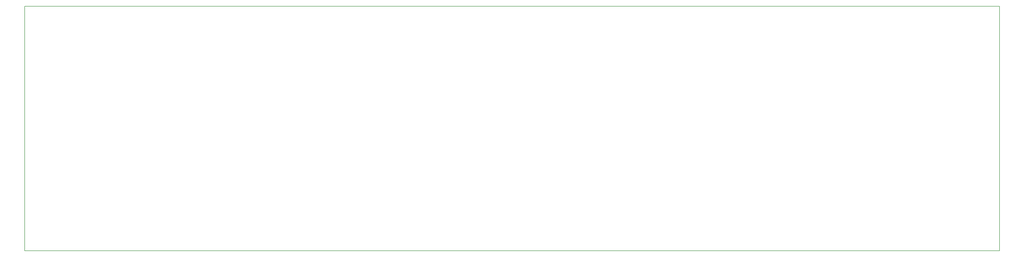
<source format=gm1>
G04 #@! TF.FileFunction,Profile,NP*
%FSLAX46Y46*%
G04 Gerber Fmt 4.6, Leading zero omitted, Abs format (unit mm)*
G04 Created by KiCad (PCBNEW 4.0.3-stable) date Tuesday, August 30, 2016 'AMt' 11:28:48 AM*
%MOMM*%
%LPD*%
G01*
G04 APERTURE LIST*
%ADD10C,0.150000*%
G04 APERTURE END LIST*
D10*
X30500000Y-20000000D02*
X30500000Y-112500000D01*
X398250000Y-20000000D02*
X30500000Y-20000000D01*
X398250000Y-112500000D02*
X398250000Y-20000000D01*
X30500000Y-112500000D02*
X398250000Y-112500000D01*
M02*

</source>
